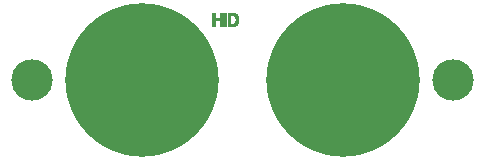
<source format=gbr>
%TF.GenerationSoftware,KiCad,Pcbnew,(6.0.6)*%
%TF.CreationDate,2022-08-24T09:27:37+01:00*%
%TF.ProjectId,frontcase,66726f6e-7463-4617-9365-2e6b69636164,rev?*%
%TF.SameCoordinates,Original*%
%TF.FileFunction,Soldermask,Top*%
%TF.FilePolarity,Negative*%
%FSLAX46Y46*%
G04 Gerber Fmt 4.6, Leading zero omitted, Abs format (unit mm)*
G04 Created by KiCad (PCBNEW (6.0.6)) date 2022-08-24 09:27:37*
%MOMM*%
%LPD*%
G01*
G04 APERTURE LIST*
%ADD10C,0.030000*%
%ADD11C,13.000000*%
%ADD12C,3.500000*%
G04 APERTURE END LIST*
D10*
G36*
X143646678Y-92392487D02*
G01*
X143428057Y-92392487D01*
X143428057Y-91309722D01*
X143646678Y-91309722D01*
X143646678Y-92392487D01*
G37*
X143646678Y-92392487D02*
X143428057Y-92392487D01*
X143428057Y-91309722D01*
X143646678Y-91309722D01*
X143646678Y-92392487D01*
G36*
X142676656Y-91735885D02*
G01*
X143105035Y-91735885D01*
X143105035Y-91309722D01*
X143323656Y-91309722D01*
X143323656Y-92392487D01*
X143105035Y-92392487D01*
X143105035Y-91919055D01*
X142676656Y-91919055D01*
X142676656Y-92392487D01*
X142458035Y-92392487D01*
X142458035Y-91309722D01*
X142676656Y-91309722D01*
X142676656Y-91735885D01*
G37*
X142676656Y-91735885D02*
X143105035Y-91735885D01*
X143105035Y-91309722D01*
X143323656Y-91309722D01*
X143323656Y-92392487D01*
X143105035Y-92392487D01*
X143105035Y-91919055D01*
X142676656Y-91919055D01*
X142676656Y-92392487D01*
X142458035Y-92392487D01*
X142458035Y-91309722D01*
X142676656Y-91309722D01*
X142676656Y-91735885D01*
G36*
X144138835Y-91309722D02*
G01*
X144171621Y-91310045D01*
X144202400Y-91311014D01*
X144231170Y-91312630D01*
X144257932Y-91314892D01*
X144282686Y-91317800D01*
X144305432Y-91321354D01*
X144326170Y-91325555D01*
X144344900Y-91330402D01*
X144356703Y-91334080D01*
X144368293Y-91338099D01*
X144379669Y-91342459D01*
X144390831Y-91347159D01*
X144401780Y-91352199D01*
X144412516Y-91357580D01*
X144423037Y-91363301D01*
X144433346Y-91369363D01*
X144443441Y-91375765D01*
X144453322Y-91382508D01*
X144462990Y-91389591D01*
X144472445Y-91397014D01*
X144481686Y-91404778D01*
X144490713Y-91412882D01*
X144499527Y-91421327D01*
X144508127Y-91430112D01*
X144516494Y-91439194D01*
X144524607Y-91448530D01*
X144532466Y-91458120D01*
X144540071Y-91467964D01*
X144547422Y-91478062D01*
X144554520Y-91488413D01*
X144561363Y-91499019D01*
X144567953Y-91509878D01*
X144574288Y-91520992D01*
X144580370Y-91532359D01*
X144586198Y-91543980D01*
X144591772Y-91555855D01*
X144597092Y-91567984D01*
X144602158Y-91580367D01*
X144606971Y-91593004D01*
X144611529Y-91605895D01*
X144615822Y-91619011D01*
X144619838Y-91632507D01*
X144623577Y-91646384D01*
X144627039Y-91660643D01*
X144630225Y-91675281D01*
X144633133Y-91690301D01*
X144635764Y-91705702D01*
X144638118Y-91721483D01*
X144640195Y-91737645D01*
X144641996Y-91754188D01*
X144644765Y-91788416D01*
X144646427Y-91824169D01*
X144646981Y-91861444D01*
X144646462Y-91894288D01*
X144644904Y-91925978D01*
X144642307Y-91956514D01*
X144638672Y-91985896D01*
X144633998Y-92014124D01*
X144628286Y-92041197D01*
X144621535Y-92067117D01*
X144617770Y-92079644D01*
X144613745Y-92091882D01*
X144608532Y-92106478D01*
X144603047Y-92120722D01*
X144597291Y-92134614D01*
X144591264Y-92148154D01*
X144584966Y-92161341D01*
X144578397Y-92174177D01*
X144571556Y-92186661D01*
X144564445Y-92198793D01*
X144557062Y-92210573D01*
X144549407Y-92222001D01*
X144541482Y-92233077D01*
X144533285Y-92243801D01*
X144524818Y-92254173D01*
X144516079Y-92264192D01*
X144507069Y-92273860D01*
X144497787Y-92283176D01*
X144490523Y-92290005D01*
X144482946Y-92296644D01*
X144475059Y-92303092D01*
X144466859Y-92309350D01*
X144458348Y-92315417D01*
X144449526Y-92321294D01*
X144440391Y-92326981D01*
X144430946Y-92332477D01*
X144421188Y-92337783D01*
X144411119Y-92342898D01*
X144400739Y-92347823D01*
X144390046Y-92352558D01*
X144379043Y-92357102D01*
X144367727Y-92361455D01*
X144356100Y-92365618D01*
X144344162Y-92369591D01*
X144334924Y-92372364D01*
X144325305Y-92374957D01*
X144315305Y-92377372D01*
X144304925Y-92379608D01*
X144294163Y-92381665D01*
X144283021Y-92383543D01*
X144271498Y-92385242D01*
X144259594Y-92386763D01*
X144234643Y-92389267D01*
X144208170Y-92391056D01*
X144180173Y-92392129D01*
X144150652Y-92392487D01*
X143739261Y-92392487D01*
X143739261Y-92210057D01*
X143957882Y-92210057D01*
X144121109Y-92210057D01*
X144143209Y-92209895D01*
X144163716Y-92209411D01*
X144182631Y-92208603D01*
X144199953Y-92207472D01*
X144215683Y-92206018D01*
X144229820Y-92204241D01*
X144242364Y-92202140D01*
X144253316Y-92199717D01*
X144259891Y-92197983D01*
X144266322Y-92196104D01*
X144272609Y-92194082D01*
X144278751Y-92191915D01*
X144284749Y-92189604D01*
X144290603Y-92187148D01*
X144296312Y-92184549D01*
X144301878Y-92181805D01*
X144307299Y-92178917D01*
X144312576Y-92175885D01*
X144317708Y-92172708D01*
X144322697Y-92169387D01*
X144327541Y-92165922D01*
X144332241Y-92162313D01*
X144336796Y-92158560D01*
X144341207Y-92154662D01*
X144345587Y-92150534D01*
X144349863Y-92146088D01*
X144354035Y-92141325D01*
X144358103Y-92136245D01*
X144362067Y-92130847D01*
X144365927Y-92125132D01*
X144369683Y-92119099D01*
X144373336Y-92112749D01*
X144376885Y-92106082D01*
X144380329Y-92099097D01*
X144383670Y-92091795D01*
X144386907Y-92084175D01*
X144390040Y-92076238D01*
X144393070Y-92067984D01*
X144395995Y-92059412D01*
X144398817Y-92050522D01*
X144401500Y-92041178D01*
X144404010Y-92031423D01*
X144406347Y-92021259D01*
X144408510Y-92010685D01*
X144410501Y-91999702D01*
X144412319Y-91988309D01*
X144415435Y-91964293D01*
X144417858Y-91938639D01*
X144419589Y-91911346D01*
X144420628Y-91882414D01*
X144420974Y-91851844D01*
X144420628Y-91821365D01*
X144419589Y-91792710D01*
X144417858Y-91765878D01*
X144415435Y-91740870D01*
X144412319Y-91717685D01*
X144408510Y-91696324D01*
X144404010Y-91676786D01*
X144398817Y-91659072D01*
X144395978Y-91650787D01*
X144393000Y-91642732D01*
X144389885Y-91634907D01*
X144386630Y-91627314D01*
X144383237Y-91619951D01*
X144379706Y-91612819D01*
X144376036Y-91605918D01*
X144372228Y-91599248D01*
X144368281Y-91592808D01*
X144364196Y-91586599D01*
X144359972Y-91580621D01*
X144355610Y-91574874D01*
X144351109Y-91569358D01*
X144346470Y-91564072D01*
X144341692Y-91559017D01*
X144336776Y-91554193D01*
X144331707Y-91549580D01*
X144326470Y-91545157D01*
X144321066Y-91540925D01*
X144315495Y-91536883D01*
X144309757Y-91533031D01*
X144303851Y-91529370D01*
X144297778Y-91525899D01*
X144291538Y-91522619D01*
X144285130Y-91519529D01*
X144278555Y-91516629D01*
X144271812Y-91513920D01*
X144264902Y-91511402D01*
X144257825Y-91509073D01*
X144250581Y-91506935D01*
X144243169Y-91504988D01*
X144235590Y-91503231D01*
X144229522Y-91501979D01*
X144222768Y-91500808D01*
X144207200Y-91498707D01*
X144188886Y-91496930D01*
X144167825Y-91495476D01*
X144144017Y-91494345D01*
X144117462Y-91493537D01*
X144088161Y-91493053D01*
X144056114Y-91492891D01*
X143957882Y-91492891D01*
X143957882Y-92210057D01*
X143739261Y-92210057D01*
X143739261Y-91309722D01*
X144138835Y-91309722D01*
G37*
X144138835Y-91309722D02*
X144171621Y-91310045D01*
X144202400Y-91311014D01*
X144231170Y-91312630D01*
X144257932Y-91314892D01*
X144282686Y-91317800D01*
X144305432Y-91321354D01*
X144326170Y-91325555D01*
X144344900Y-91330402D01*
X144356703Y-91334080D01*
X144368293Y-91338099D01*
X144379669Y-91342459D01*
X144390831Y-91347159D01*
X144401780Y-91352199D01*
X144412516Y-91357580D01*
X144423037Y-91363301D01*
X144433346Y-91369363D01*
X144443441Y-91375765D01*
X144453322Y-91382508D01*
X144462990Y-91389591D01*
X144472445Y-91397014D01*
X144481686Y-91404778D01*
X144490713Y-91412882D01*
X144499527Y-91421327D01*
X144508127Y-91430112D01*
X144516494Y-91439194D01*
X144524607Y-91448530D01*
X144532466Y-91458120D01*
X144540071Y-91467964D01*
X144547422Y-91478062D01*
X144554520Y-91488413D01*
X144561363Y-91499019D01*
X144567953Y-91509878D01*
X144574288Y-91520992D01*
X144580370Y-91532359D01*
X144586198Y-91543980D01*
X144591772Y-91555855D01*
X144597092Y-91567984D01*
X144602158Y-91580367D01*
X144606971Y-91593004D01*
X144611529Y-91605895D01*
X144615822Y-91619011D01*
X144619838Y-91632507D01*
X144623577Y-91646384D01*
X144627039Y-91660643D01*
X144630225Y-91675281D01*
X144633133Y-91690301D01*
X144635764Y-91705702D01*
X144638118Y-91721483D01*
X144640195Y-91737645D01*
X144641996Y-91754188D01*
X144644765Y-91788416D01*
X144646427Y-91824169D01*
X144646981Y-91861444D01*
X144646462Y-91894288D01*
X144644904Y-91925978D01*
X144642307Y-91956514D01*
X144638672Y-91985896D01*
X144633998Y-92014124D01*
X144628286Y-92041197D01*
X144621535Y-92067117D01*
X144617770Y-92079644D01*
X144613745Y-92091882D01*
X144608532Y-92106478D01*
X144603047Y-92120722D01*
X144597291Y-92134614D01*
X144591264Y-92148154D01*
X144584966Y-92161341D01*
X144578397Y-92174177D01*
X144571556Y-92186661D01*
X144564445Y-92198793D01*
X144557062Y-92210573D01*
X144549407Y-92222001D01*
X144541482Y-92233077D01*
X144533285Y-92243801D01*
X144524818Y-92254173D01*
X144516079Y-92264192D01*
X144507069Y-92273860D01*
X144497787Y-92283176D01*
X144490523Y-92290005D01*
X144482946Y-92296644D01*
X144475059Y-92303092D01*
X144466859Y-92309350D01*
X144458348Y-92315417D01*
X144449526Y-92321294D01*
X144440391Y-92326981D01*
X144430946Y-92332477D01*
X144421188Y-92337783D01*
X144411119Y-92342898D01*
X144400739Y-92347823D01*
X144390046Y-92352558D01*
X144379043Y-92357102D01*
X144367727Y-92361455D01*
X144356100Y-92365618D01*
X144344162Y-92369591D01*
X144334924Y-92372364D01*
X144325305Y-92374957D01*
X144315305Y-92377372D01*
X144304925Y-92379608D01*
X144294163Y-92381665D01*
X144283021Y-92383543D01*
X144271498Y-92385242D01*
X144259594Y-92386763D01*
X144234643Y-92389267D01*
X144208170Y-92391056D01*
X144180173Y-92392129D01*
X144150652Y-92392487D01*
X143739261Y-92392487D01*
X143739261Y-92210057D01*
X143957882Y-92210057D01*
X144121109Y-92210057D01*
X144143209Y-92209895D01*
X144163716Y-92209411D01*
X144182631Y-92208603D01*
X144199953Y-92207472D01*
X144215683Y-92206018D01*
X144229820Y-92204241D01*
X144242364Y-92202140D01*
X144253316Y-92199717D01*
X144259891Y-92197983D01*
X144266322Y-92196104D01*
X144272609Y-92194082D01*
X144278751Y-92191915D01*
X144284749Y-92189604D01*
X144290603Y-92187148D01*
X144296312Y-92184549D01*
X144301878Y-92181805D01*
X144307299Y-92178917D01*
X144312576Y-92175885D01*
X144317708Y-92172708D01*
X144322697Y-92169387D01*
X144327541Y-92165922D01*
X144332241Y-92162313D01*
X144336796Y-92158560D01*
X144341207Y-92154662D01*
X144345587Y-92150534D01*
X144349863Y-92146088D01*
X144354035Y-92141325D01*
X144358103Y-92136245D01*
X144362067Y-92130847D01*
X144365927Y-92125132D01*
X144369683Y-92119099D01*
X144373336Y-92112749D01*
X144376885Y-92106082D01*
X144380329Y-92099097D01*
X144383670Y-92091795D01*
X144386907Y-92084175D01*
X144390040Y-92076238D01*
X144393070Y-92067984D01*
X144395995Y-92059412D01*
X144398817Y-92050522D01*
X144401500Y-92041178D01*
X144404010Y-92031423D01*
X144406347Y-92021259D01*
X144408510Y-92010685D01*
X144410501Y-91999702D01*
X144412319Y-91988309D01*
X144415435Y-91964293D01*
X144417858Y-91938639D01*
X144419589Y-91911346D01*
X144420628Y-91882414D01*
X144420974Y-91851844D01*
X144420628Y-91821365D01*
X144419589Y-91792710D01*
X144417858Y-91765878D01*
X144415435Y-91740870D01*
X144412319Y-91717685D01*
X144408510Y-91696324D01*
X144404010Y-91676786D01*
X144398817Y-91659072D01*
X144395978Y-91650787D01*
X144393000Y-91642732D01*
X144389885Y-91634907D01*
X144386630Y-91627314D01*
X144383237Y-91619951D01*
X144379706Y-91612819D01*
X144376036Y-91605918D01*
X144372228Y-91599248D01*
X144368281Y-91592808D01*
X144364196Y-91586599D01*
X144359972Y-91580621D01*
X144355610Y-91574874D01*
X144351109Y-91569358D01*
X144346470Y-91564072D01*
X144341692Y-91559017D01*
X144336776Y-91554193D01*
X144331707Y-91549580D01*
X144326470Y-91545157D01*
X144321066Y-91540925D01*
X144315495Y-91536883D01*
X144309757Y-91533031D01*
X144303851Y-91529370D01*
X144297778Y-91525899D01*
X144291538Y-91522619D01*
X144285130Y-91519529D01*
X144278555Y-91516629D01*
X144271812Y-91513920D01*
X144264902Y-91511402D01*
X144257825Y-91509073D01*
X144250581Y-91506935D01*
X144243169Y-91504988D01*
X144235590Y-91503231D01*
X144229522Y-91501979D01*
X144222768Y-91500808D01*
X144207200Y-91498707D01*
X144188886Y-91496930D01*
X144167825Y-91495476D01*
X144144017Y-91494345D01*
X144117462Y-91493537D01*
X144088161Y-91493053D01*
X144056114Y-91492891D01*
X143957882Y-91492891D01*
X143957882Y-92210057D01*
X143739261Y-92210057D01*
X143739261Y-91309722D01*
X144138835Y-91309722D01*
D11*
%TO.C,REF\u002A\u002A*%
X153500000Y-97000000D03*
D12*
X162800000Y-97000000D03*
X127200000Y-97000000D03*
D11*
X136500000Y-97000000D03*
%TD*%
M02*

</source>
